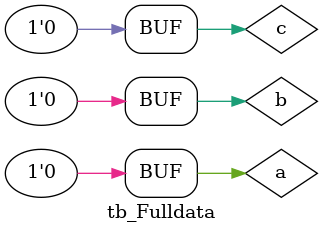
<source format=v>
module tb_Fulldata();
  
    reg a;
    reg b;
    reg c;
    wire sum;
    wire carry;


Full_data FA1(
  .a(a),
  .b(b),
  .cin(c),
  .sum(sum),
  .carry_out(carry)
);


  initial begin
  $monitor("a=%0d  b=%0d  c=%0d   s2=%0d  c2=%0d",a,b,c,sum,carry);
  end


  initial begin
  #1;a=0;b=0;c=0;
  #1;a=0;b=0;c=1;
  #1;a=0;b=1;c=0;
  #1;a=0;b=1;c=1;
  #1;a=1;b=0;c=0;
  #1;a=1;b=0;c=1;
  #1;a=1;b=1;c=0;
  #1;a=1;b=1;c=1;
  #1;a=0;b=0;c=0;
  end

endmodule

</source>
